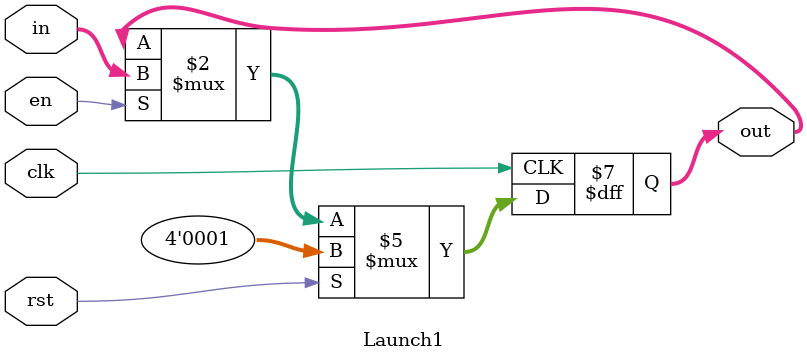
<source format=v>
`timescale 1ns / 1ps


module Launch1(
    input [3:0] in,
    input en,
    input rst,
    input clk,
    output reg [3:0] out
    );
always@(posedge clk)
    if(rst) begin
        out <= 1;
     end
     else begin
        if(en) out <=in;
     end 
endmodule

</source>
